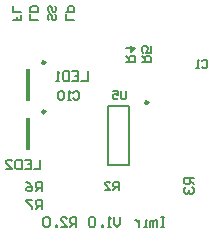
<source format=gbo>
G04 Layer_Color=32896*
%FSLAX44Y44*%
%MOMM*%
G71*
G01*
G75*
%ADD20C,0.2540*%
%ADD26C,0.2500*%
%ADD28C,0.2000*%
%ADD29C,0.1270*%
%ADD44R,0.3810X2.7940*%
D20*
X292760Y341050D02*
G03*
X292760Y341050I-1270J0D01*
G01*
Y382800D02*
G03*
X292760Y382800I-1270J0D01*
G01*
D26*
X379850Y348860D02*
G03*
X379850Y348860I-1250J0D01*
G01*
D28*
X345600Y296310D02*
X363600D01*
X345600Y346310D02*
X363600D01*
X345600Y296310D02*
Y346310D01*
X363600Y296310D02*
Y346310D01*
D29*
X374351Y383126D02*
X382348D01*
Y387125D01*
X381015Y388457D01*
X378350D01*
X377017Y387125D01*
Y383126D01*
Y385792D02*
X374351Y388457D01*
X382348Y396455D02*
Y391123D01*
X378350D01*
X379683Y393789D01*
Y395122D01*
X378350Y396455D01*
X375684D01*
X374351Y395122D01*
Y392456D01*
X375684Y391123D01*
X361210Y383270D02*
X369207D01*
Y387269D01*
X367874Y388602D01*
X365209D01*
X363876Y387269D01*
Y383270D01*
Y385936D02*
X361210Y388602D01*
Y395266D02*
X369207D01*
X365209Y391267D01*
Y396599D01*
X288750Y300497D02*
Y292500D01*
X283418D01*
X275421Y300497D02*
X280753D01*
Y292500D01*
X275421D01*
X280753Y296499D02*
X278087D01*
X272755Y300497D02*
Y292500D01*
X268756D01*
X267423Y293833D01*
Y299165D01*
X268756Y300497D01*
X272755D01*
X259426Y292500D02*
X264758D01*
X259426Y297832D01*
Y299165D01*
X260759Y300497D01*
X263425D01*
X264758Y299165D01*
X328750Y375497D02*
Y367500D01*
X323418D01*
X315421Y375497D02*
X320753D01*
Y367500D01*
X315421D01*
X320753Y371499D02*
X318087D01*
X312755Y375497D02*
Y367500D01*
X308756D01*
X307423Y368833D01*
Y374165D01*
X308756Y375497D01*
X312755D01*
X304758Y367500D02*
X302092D01*
X303425D01*
Y375497D01*
X304758Y374165D01*
X418440Y285100D02*
X410443D01*
Y281101D01*
X411776Y279768D01*
X414441D01*
X415774Y281101D01*
Y285100D01*
Y282434D02*
X418440Y279768D01*
X411776Y277103D02*
X410443Y275770D01*
Y273104D01*
X411776Y271771D01*
X413108D01*
X414441Y273104D01*
Y274437D01*
Y273104D01*
X415774Y271771D01*
X417107D01*
X418440Y273104D01*
Y275770D01*
X417107Y277103D01*
X355000Y275000D02*
Y281998D01*
X351501D01*
X350335Y280832D01*
Y278499D01*
X351501Y277333D01*
X355000D01*
X352667D02*
X350335Y275000D01*
X343337D02*
X348002D01*
X343337Y279665D01*
Y280832D01*
X344503Y281998D01*
X346836D01*
X348002Y280832D01*
X425415Y383671D02*
X426581Y384838D01*
X428914D01*
X430080Y383671D01*
Y379006D01*
X428914Y377840D01*
X426581D01*
X425415Y379006D01*
X423082Y377840D02*
X420750D01*
X421916D01*
Y384838D01*
X423082Y383671D01*
X316585Y357081D02*
X317751Y358248D01*
X320084D01*
X321250Y357081D01*
Y352416D01*
X320084Y351250D01*
X317751D01*
X316585Y352416D01*
X314252Y351250D02*
X311920D01*
X313086D01*
Y358248D01*
X314252Y357081D01*
X308421D02*
X307255Y358248D01*
X304922D01*
X303756Y357081D01*
Y352416D01*
X304922Y351250D01*
X307255D01*
X308421Y352416D01*
Y357081D01*
X361569Y358788D02*
Y352956D01*
X360402Y351790D01*
X358070D01*
X356904Y352956D01*
Y358788D01*
X349906D02*
X354571D01*
Y355289D01*
X352239Y356455D01*
X351072D01*
X349906Y355289D01*
Y352956D01*
X351072Y351790D01*
X353405D01*
X354571Y352956D01*
X290000Y273750D02*
Y281747D01*
X286001D01*
X284668Y280415D01*
Y277749D01*
X286001Y276416D01*
X290000D01*
X287334D02*
X284668Y273750D01*
X276671Y281747D02*
X279337Y280415D01*
X282003Y277749D01*
Y275083D01*
X280670Y273750D01*
X278004D01*
X276671Y275083D01*
Y276416D01*
X278004Y277749D01*
X282003D01*
X290000Y258750D02*
Y266747D01*
X286001D01*
X284668Y265415D01*
Y262749D01*
X286001Y261416D01*
X290000D01*
X287334D02*
X284668Y258750D01*
X282003Y266747D02*
X276671D01*
Y265415D01*
X282003Y260083D01*
Y258750D01*
X300711Y423415D02*
X301878Y422249D01*
Y419916D01*
X300711Y418750D01*
X299545D01*
X298379Y419916D01*
Y422249D01*
X297213Y423415D01*
X296046D01*
X294880Y422249D01*
Y419916D01*
X296046Y418750D01*
X300711Y430413D02*
X301878Y429247D01*
Y426914D01*
X300711Y425748D01*
X299545D01*
X298379Y426914D01*
Y429247D01*
X297213Y430413D01*
X296046D01*
X294880Y429247D01*
Y426914D01*
X296046Y425748D01*
X286998Y418750D02*
X280000D01*
Y423415D01*
X286998Y425748D02*
X280000D01*
Y429247D01*
X281166Y430413D01*
X285832D01*
X286998Y429247D01*
Y425748D01*
X316998Y418870D02*
X310000D01*
Y423535D01*
Y425868D02*
X316998D01*
Y429367D01*
X315832Y430533D01*
X313499D01*
X312333Y429367D01*
Y425868D01*
X272408Y423265D02*
Y418600D01*
X268909D01*
Y420933D01*
Y418600D01*
X265410D01*
X272408Y425598D02*
X265410D01*
Y430263D01*
X393750Y251747D02*
X391084D01*
X392417D01*
Y243750D01*
X393750D01*
X391084D01*
X387085D02*
Y249082D01*
X385753D01*
X384420Y247749D01*
Y243750D01*
Y247749D01*
X383087Y249082D01*
X381754Y247749D01*
Y243750D01*
X379088D02*
X376422D01*
X377755D01*
Y249082D01*
X379088D01*
X372424D02*
Y243750D01*
Y246416D01*
X371091Y247749D01*
X369758Y249082D01*
X368425D01*
X356429Y251747D02*
Y246416D01*
X353763Y243750D01*
X351097Y246416D01*
Y251747D01*
X348431Y243750D02*
X345765D01*
X347098D01*
Y251747D01*
X348431Y250415D01*
X341767Y243750D02*
Y245083D01*
X340434D01*
Y243750D01*
X341767D01*
X335102Y250415D02*
X333769Y251747D01*
X331104D01*
X329771Y250415D01*
Y245083D01*
X331104Y243750D01*
X333769D01*
X335102Y245083D01*
Y250415D01*
X319107Y243750D02*
Y251747D01*
X315109D01*
X313776Y250415D01*
Y247749D01*
X315109Y246416D01*
X319107D01*
X316442D02*
X313776Y243750D01*
X305778D02*
X311110D01*
X305778Y249082D01*
Y250415D01*
X307111Y251747D01*
X309777D01*
X311110Y250415D01*
X303113Y243750D02*
Y245083D01*
X301780D01*
Y243750D01*
X303113D01*
X296448Y250415D02*
X295115Y251747D01*
X292449D01*
X291116Y250415D01*
Y245083D01*
X292449Y243750D01*
X295115D01*
X296448Y245083D01*
Y250415D01*
D44*
X278155Y322000D02*
D03*
Y363750D02*
D03*
M02*

</source>
